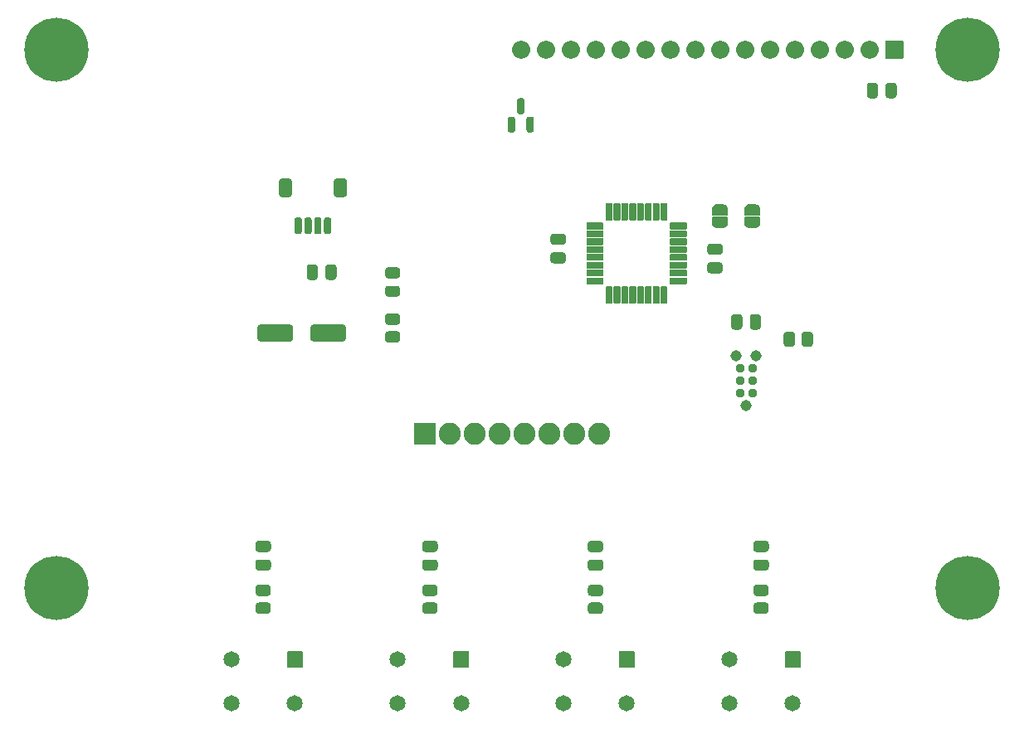
<source format=gts>
G04 #@! TF.GenerationSoftware,KiCad,Pcbnew,6.0.11-2627ca5db0~126~ubuntu22.04.1*
G04 #@! TF.CreationDate,2025-05-14T16:21:12-06:00*
G04 #@! TF.ProjectId,i2c-headunit,6932632d-6865-4616-9475-6e69742e6b69,rev?*
G04 #@! TF.SameCoordinates,Original*
G04 #@! TF.FileFunction,Soldermask,Top*
G04 #@! TF.FilePolarity,Negative*
%FSLAX46Y46*%
G04 Gerber Fmt 4.6, Leading zero omitted, Abs format (unit mm)*
G04 Created by KiCad (PCBNEW 6.0.11-2627ca5db0~126~ubuntu22.04.1) date 2025-05-14 16:21:12*
%MOMM*%
%LPD*%
G01*
G04 APERTURE LIST*
%ADD10C,1.143000*%
%ADD11C,0.939800*%
%ADD12C,6.552400*%
%ADD13C,2.252400*%
%ADD14C,1.651000*%
%ADD15O,1.852400X1.852400*%
G04 APERTURE END LIST*
G36*
G01*
X105824000Y-73911800D02*
X106774000Y-73911800D01*
G75*
G02*
X107100200Y-74238000I0J-326200D01*
G01*
X107100200Y-74738000D01*
G75*
G02*
X106774000Y-75064200I-326200J0D01*
G01*
X105824000Y-75064200D01*
G75*
G02*
X105497800Y-74738000I0J326200D01*
G01*
X105497800Y-74238000D01*
G75*
G02*
X105824000Y-73911800I326200J0D01*
G01*
G37*
G36*
G01*
X105824000Y-75811800D02*
X106774000Y-75811800D01*
G75*
G02*
X107100200Y-76138000I0J-326200D01*
G01*
X107100200Y-76638000D01*
G75*
G02*
X106774000Y-76964200I-326200J0D01*
G01*
X105824000Y-76964200D01*
G75*
G02*
X105497800Y-76638000I0J326200D01*
G01*
X105497800Y-76138000D01*
G75*
G02*
X105824000Y-75811800I326200J0D01*
G01*
G37*
G36*
G01*
X137792800Y-59784000D02*
X137792800Y-58834000D01*
G75*
G02*
X138119000Y-58507800I326200J0D01*
G01*
X138619000Y-58507800D01*
G75*
G02*
X138945200Y-58834000I0J-326200D01*
G01*
X138945200Y-59784000D01*
G75*
G02*
X138619000Y-60110200I-326200J0D01*
G01*
X138119000Y-60110200D01*
G75*
G02*
X137792800Y-59784000I0J326200D01*
G01*
G37*
G36*
G01*
X139692800Y-59784000D02*
X139692800Y-58834000D01*
G75*
G02*
X140019000Y-58507800I326200J0D01*
G01*
X140519000Y-58507800D01*
G75*
G02*
X140845200Y-58834000I0J-326200D01*
G01*
X140845200Y-59784000D01*
G75*
G02*
X140519000Y-60110200I-326200J0D01*
G01*
X140019000Y-60110200D01*
G75*
G02*
X139692800Y-59784000I0J326200D01*
G01*
G37*
G36*
G01*
X75610800Y-84624000D02*
X75610800Y-83524000D01*
G75*
G02*
X75937000Y-83197800I326200J0D01*
G01*
X78937000Y-83197800D01*
G75*
G02*
X79263200Y-83524000I0J-326200D01*
G01*
X79263200Y-84624000D01*
G75*
G02*
X78937000Y-84950200I-326200J0D01*
G01*
X75937000Y-84950200D01*
G75*
G02*
X75610800Y-84624000I0J326200D01*
G01*
G37*
G36*
G01*
X81010800Y-84624000D02*
X81010800Y-83524000D01*
G75*
G02*
X81337000Y-83197800I326200J0D01*
G01*
X84337000Y-83197800D01*
G75*
G02*
X84663200Y-83524000I0J-326200D01*
G01*
X84663200Y-84624000D01*
G75*
G02*
X84337000Y-84950200I-326200J0D01*
G01*
X81337000Y-84950200D01*
G75*
G02*
X81010800Y-84624000I0J326200D01*
G01*
G37*
G36*
G01*
X93668000Y-112753200D02*
X92768000Y-112753200D01*
G75*
G02*
X92441800Y-112427000I0J326200D01*
G01*
X92441800Y-111902000D01*
G75*
G02*
X92768000Y-111575800I326200J0D01*
G01*
X93668000Y-111575800D01*
G75*
G02*
X93994200Y-111902000I0J-326200D01*
G01*
X93994200Y-112427000D01*
G75*
G02*
X93668000Y-112753200I-326200J0D01*
G01*
G37*
G36*
G01*
X93668000Y-110928200D02*
X92768000Y-110928200D01*
G75*
G02*
X92441800Y-110602000I0J326200D01*
G01*
X92441800Y-110077000D01*
G75*
G02*
X92768000Y-109750800I326200J0D01*
G01*
X93668000Y-109750800D01*
G75*
G02*
X93994200Y-110077000I0J-326200D01*
G01*
X93994200Y-110602000D01*
G75*
G02*
X93668000Y-110928200I-326200J0D01*
G01*
G37*
G36*
G01*
X127002200Y-82456000D02*
X127002200Y-83406000D01*
G75*
G02*
X126676000Y-83732200I-326200J0D01*
G01*
X126176000Y-83732200D01*
G75*
G02*
X125849800Y-83406000I0J326200D01*
G01*
X125849800Y-82456000D01*
G75*
G02*
X126176000Y-82129800I326200J0D01*
G01*
X126676000Y-82129800D01*
G75*
G02*
X127002200Y-82456000I0J-326200D01*
G01*
G37*
G36*
G01*
X125102200Y-82456000D02*
X125102200Y-83406000D01*
G75*
G02*
X124776000Y-83732200I-326200J0D01*
G01*
X124276000Y-83732200D01*
G75*
G02*
X123949800Y-83406000I0J326200D01*
G01*
X123949800Y-82456000D01*
G75*
G02*
X124276000Y-82129800I326200J0D01*
G01*
X124776000Y-82129800D01*
G75*
G02*
X125102200Y-82456000I0J-326200D01*
G01*
G37*
D10*
X126492000Y-86360000D03*
X125476000Y-91440000D03*
X124460000Y-86360000D03*
D11*
X126111000Y-90170000D03*
X124841000Y-90170000D03*
X126111000Y-88900000D03*
X124841000Y-88900000D03*
X126111000Y-87630000D03*
X124841000Y-87630000D03*
G36*
X125302627Y-72237020D02*
G01*
X125347768Y-72210958D01*
X125361000Y-72209800D01*
X126861000Y-72209800D01*
X126909980Y-72227627D01*
X126936042Y-72272768D01*
X126937200Y-72286000D01*
X126937200Y-72786000D01*
X126931983Y-72800334D01*
X126930755Y-72867337D01*
X126927301Y-72888664D01*
X126885026Y-73023979D01*
X126875725Y-73043480D01*
X126797170Y-73161490D01*
X126782769Y-73177596D01*
X126674250Y-73268816D01*
X126655908Y-73280233D01*
X126526149Y-73337328D01*
X126505340Y-73343138D01*
X126375932Y-73360060D01*
X126374232Y-73361042D01*
X126361000Y-73362200D01*
X125861000Y-73362200D01*
X125858934Y-73361448D01*
X125843167Y-73361256D01*
X125703090Y-73339445D01*
X125682430Y-73333128D01*
X125554105Y-73272880D01*
X125536047Y-73261018D01*
X125429789Y-73167174D01*
X125415787Y-73150721D01*
X125340139Y-73030826D01*
X125331317Y-73011105D01*
X125292360Y-72874798D01*
X125289427Y-72853392D01*
X125289718Y-72805745D01*
X125285958Y-72799232D01*
X125284800Y-72786000D01*
X125284800Y-72286000D01*
X125302627Y-72237020D01*
G37*
G36*
X125289925Y-71471919D02*
G01*
X125290293Y-71411630D01*
X125293487Y-71390262D01*
X125334106Y-71254441D01*
X125343168Y-71234828D01*
X125420275Y-71115866D01*
X125434478Y-71099585D01*
X125541875Y-71007047D01*
X125560076Y-70995408D01*
X125689128Y-70936731D01*
X125709865Y-70930667D01*
X125850198Y-70910570D01*
X125861000Y-70909800D01*
X126361000Y-70909800D01*
X126361929Y-70909806D01*
X126374145Y-70909955D01*
X126385858Y-70911005D01*
X126525659Y-70934525D01*
X126546242Y-70941094D01*
X126673821Y-71002906D01*
X126691732Y-71014987D01*
X126796836Y-71110122D01*
X126810637Y-71126745D01*
X126884814Y-71247555D01*
X126893394Y-71267383D01*
X126930683Y-71404156D01*
X126933353Y-71425596D01*
X126932598Y-71466802D01*
X126936042Y-71472768D01*
X126937200Y-71486000D01*
X126937200Y-71986000D01*
X126919373Y-72034980D01*
X126874232Y-72061042D01*
X126861000Y-72062200D01*
X125361000Y-72062200D01*
X125312020Y-72044373D01*
X125285958Y-71999232D01*
X125284800Y-71986000D01*
X125284800Y-71486000D01*
X125289925Y-71471919D01*
G37*
G36*
G01*
X110584000Y-108333200D02*
X109634000Y-108333200D01*
G75*
G02*
X109307800Y-108007000I0J326200D01*
G01*
X109307800Y-107507000D01*
G75*
G02*
X109634000Y-107180800I326200J0D01*
G01*
X110584000Y-107180800D01*
G75*
G02*
X110910200Y-107507000I0J-326200D01*
G01*
X110910200Y-108007000D01*
G75*
G02*
X110584000Y-108333200I-326200J0D01*
G01*
G37*
G36*
G01*
X110584000Y-106433200D02*
X109634000Y-106433200D01*
G75*
G02*
X109307800Y-106107000I0J326200D01*
G01*
X109307800Y-105607000D01*
G75*
G02*
X109634000Y-105280800I326200J0D01*
G01*
X110584000Y-105280800D01*
G75*
G02*
X110910200Y-105607000I0J-326200D01*
G01*
X110910200Y-106107000D01*
G75*
G02*
X110584000Y-106433200I-326200J0D01*
G01*
G37*
G36*
G01*
X127475000Y-108333200D02*
X126525000Y-108333200D01*
G75*
G02*
X126198800Y-108007000I0J326200D01*
G01*
X126198800Y-107507000D01*
G75*
G02*
X126525000Y-107180800I326200J0D01*
G01*
X127475000Y-107180800D01*
G75*
G02*
X127801200Y-107507000I0J-326200D01*
G01*
X127801200Y-108007000D01*
G75*
G02*
X127475000Y-108333200I-326200J0D01*
G01*
G37*
G36*
G01*
X127475000Y-106433200D02*
X126525000Y-106433200D01*
G75*
G02*
X126198800Y-106107000I0J326200D01*
G01*
X126198800Y-105607000D01*
G75*
G02*
X126525000Y-105280800I326200J0D01*
G01*
X127475000Y-105280800D01*
G75*
G02*
X127801200Y-105607000I0J-326200D01*
G01*
X127801200Y-106107000D01*
G75*
G02*
X127475000Y-106433200I-326200J0D01*
G01*
G37*
G36*
G01*
X109173800Y-73421000D02*
X109173800Y-72871000D01*
G75*
G02*
X109250000Y-72794800I76200J0D01*
G01*
X110850000Y-72794800D01*
G75*
G02*
X110926200Y-72871000I0J-76200D01*
G01*
X110926200Y-73421000D01*
G75*
G02*
X110850000Y-73497200I-76200J0D01*
G01*
X109250000Y-73497200D01*
G75*
G02*
X109173800Y-73421000I0J76200D01*
G01*
G37*
G36*
G01*
X109173800Y-74221000D02*
X109173800Y-73671000D01*
G75*
G02*
X109250000Y-73594800I76200J0D01*
G01*
X110850000Y-73594800D01*
G75*
G02*
X110926200Y-73671000I0J-76200D01*
G01*
X110926200Y-74221000D01*
G75*
G02*
X110850000Y-74297200I-76200J0D01*
G01*
X109250000Y-74297200D01*
G75*
G02*
X109173800Y-74221000I0J76200D01*
G01*
G37*
G36*
G01*
X109173800Y-75021000D02*
X109173800Y-74471000D01*
G75*
G02*
X109250000Y-74394800I76200J0D01*
G01*
X110850000Y-74394800D01*
G75*
G02*
X110926200Y-74471000I0J-76200D01*
G01*
X110926200Y-75021000D01*
G75*
G02*
X110850000Y-75097200I-76200J0D01*
G01*
X109250000Y-75097200D01*
G75*
G02*
X109173800Y-75021000I0J76200D01*
G01*
G37*
G36*
G01*
X109173800Y-75821000D02*
X109173800Y-75271000D01*
G75*
G02*
X109250000Y-75194800I76200J0D01*
G01*
X110850000Y-75194800D01*
G75*
G02*
X110926200Y-75271000I0J-76200D01*
G01*
X110926200Y-75821000D01*
G75*
G02*
X110850000Y-75897200I-76200J0D01*
G01*
X109250000Y-75897200D01*
G75*
G02*
X109173800Y-75821000I0J76200D01*
G01*
G37*
G36*
G01*
X109173800Y-76621000D02*
X109173800Y-76071000D01*
G75*
G02*
X109250000Y-75994800I76200J0D01*
G01*
X110850000Y-75994800D01*
G75*
G02*
X110926200Y-76071000I0J-76200D01*
G01*
X110926200Y-76621000D01*
G75*
G02*
X110850000Y-76697200I-76200J0D01*
G01*
X109250000Y-76697200D01*
G75*
G02*
X109173800Y-76621000I0J76200D01*
G01*
G37*
G36*
G01*
X109173800Y-77421000D02*
X109173800Y-76871000D01*
G75*
G02*
X109250000Y-76794800I76200J0D01*
G01*
X110850000Y-76794800D01*
G75*
G02*
X110926200Y-76871000I0J-76200D01*
G01*
X110926200Y-77421000D01*
G75*
G02*
X110850000Y-77497200I-76200J0D01*
G01*
X109250000Y-77497200D01*
G75*
G02*
X109173800Y-77421000I0J76200D01*
G01*
G37*
G36*
G01*
X109173800Y-78221000D02*
X109173800Y-77671000D01*
G75*
G02*
X109250000Y-77594800I76200J0D01*
G01*
X110850000Y-77594800D01*
G75*
G02*
X110926200Y-77671000I0J-76200D01*
G01*
X110926200Y-78221000D01*
G75*
G02*
X110850000Y-78297200I-76200J0D01*
G01*
X109250000Y-78297200D01*
G75*
G02*
X109173800Y-78221000I0J76200D01*
G01*
G37*
G36*
G01*
X109173800Y-79021000D02*
X109173800Y-78471000D01*
G75*
G02*
X109250000Y-78394800I76200J0D01*
G01*
X110850000Y-78394800D01*
G75*
G02*
X110926200Y-78471000I0J-76200D01*
G01*
X110926200Y-79021000D01*
G75*
G02*
X110850000Y-79097200I-76200J0D01*
G01*
X109250000Y-79097200D01*
G75*
G02*
X109173800Y-79021000I0J76200D01*
G01*
G37*
G36*
G01*
X111775000Y-81072200D02*
X111225000Y-81072200D01*
G75*
G02*
X111148800Y-80996000I0J76200D01*
G01*
X111148800Y-79396000D01*
G75*
G02*
X111225000Y-79319800I76200J0D01*
G01*
X111775000Y-79319800D01*
G75*
G02*
X111851200Y-79396000I0J-76200D01*
G01*
X111851200Y-80996000D01*
G75*
G02*
X111775000Y-81072200I-76200J0D01*
G01*
G37*
G36*
G01*
X112575000Y-81072200D02*
X112025000Y-81072200D01*
G75*
G02*
X111948800Y-80996000I0J76200D01*
G01*
X111948800Y-79396000D01*
G75*
G02*
X112025000Y-79319800I76200J0D01*
G01*
X112575000Y-79319800D01*
G75*
G02*
X112651200Y-79396000I0J-76200D01*
G01*
X112651200Y-80996000D01*
G75*
G02*
X112575000Y-81072200I-76200J0D01*
G01*
G37*
G36*
G01*
X113375000Y-81072200D02*
X112825000Y-81072200D01*
G75*
G02*
X112748800Y-80996000I0J76200D01*
G01*
X112748800Y-79396000D01*
G75*
G02*
X112825000Y-79319800I76200J0D01*
G01*
X113375000Y-79319800D01*
G75*
G02*
X113451200Y-79396000I0J-76200D01*
G01*
X113451200Y-80996000D01*
G75*
G02*
X113375000Y-81072200I-76200J0D01*
G01*
G37*
G36*
G01*
X114175000Y-81072200D02*
X113625000Y-81072200D01*
G75*
G02*
X113548800Y-80996000I0J76200D01*
G01*
X113548800Y-79396000D01*
G75*
G02*
X113625000Y-79319800I76200J0D01*
G01*
X114175000Y-79319800D01*
G75*
G02*
X114251200Y-79396000I0J-76200D01*
G01*
X114251200Y-80996000D01*
G75*
G02*
X114175000Y-81072200I-76200J0D01*
G01*
G37*
G36*
G01*
X114975000Y-81072200D02*
X114425000Y-81072200D01*
G75*
G02*
X114348800Y-80996000I0J76200D01*
G01*
X114348800Y-79396000D01*
G75*
G02*
X114425000Y-79319800I76200J0D01*
G01*
X114975000Y-79319800D01*
G75*
G02*
X115051200Y-79396000I0J-76200D01*
G01*
X115051200Y-80996000D01*
G75*
G02*
X114975000Y-81072200I-76200J0D01*
G01*
G37*
G36*
G01*
X115775000Y-81072200D02*
X115225000Y-81072200D01*
G75*
G02*
X115148800Y-80996000I0J76200D01*
G01*
X115148800Y-79396000D01*
G75*
G02*
X115225000Y-79319800I76200J0D01*
G01*
X115775000Y-79319800D01*
G75*
G02*
X115851200Y-79396000I0J-76200D01*
G01*
X115851200Y-80996000D01*
G75*
G02*
X115775000Y-81072200I-76200J0D01*
G01*
G37*
G36*
G01*
X116575000Y-81072200D02*
X116025000Y-81072200D01*
G75*
G02*
X115948800Y-80996000I0J76200D01*
G01*
X115948800Y-79396000D01*
G75*
G02*
X116025000Y-79319800I76200J0D01*
G01*
X116575000Y-79319800D01*
G75*
G02*
X116651200Y-79396000I0J-76200D01*
G01*
X116651200Y-80996000D01*
G75*
G02*
X116575000Y-81072200I-76200J0D01*
G01*
G37*
G36*
G01*
X117375000Y-81072200D02*
X116825000Y-81072200D01*
G75*
G02*
X116748800Y-80996000I0J76200D01*
G01*
X116748800Y-79396000D01*
G75*
G02*
X116825000Y-79319800I76200J0D01*
G01*
X117375000Y-79319800D01*
G75*
G02*
X117451200Y-79396000I0J-76200D01*
G01*
X117451200Y-80996000D01*
G75*
G02*
X117375000Y-81072200I-76200J0D01*
G01*
G37*
G36*
G01*
X117673800Y-79021000D02*
X117673800Y-78471000D01*
G75*
G02*
X117750000Y-78394800I76200J0D01*
G01*
X119350000Y-78394800D01*
G75*
G02*
X119426200Y-78471000I0J-76200D01*
G01*
X119426200Y-79021000D01*
G75*
G02*
X119350000Y-79097200I-76200J0D01*
G01*
X117750000Y-79097200D01*
G75*
G02*
X117673800Y-79021000I0J76200D01*
G01*
G37*
G36*
G01*
X117673800Y-78221000D02*
X117673800Y-77671000D01*
G75*
G02*
X117750000Y-77594800I76200J0D01*
G01*
X119350000Y-77594800D01*
G75*
G02*
X119426200Y-77671000I0J-76200D01*
G01*
X119426200Y-78221000D01*
G75*
G02*
X119350000Y-78297200I-76200J0D01*
G01*
X117750000Y-78297200D01*
G75*
G02*
X117673800Y-78221000I0J76200D01*
G01*
G37*
G36*
G01*
X117673800Y-77421000D02*
X117673800Y-76871000D01*
G75*
G02*
X117750000Y-76794800I76200J0D01*
G01*
X119350000Y-76794800D01*
G75*
G02*
X119426200Y-76871000I0J-76200D01*
G01*
X119426200Y-77421000D01*
G75*
G02*
X119350000Y-77497200I-76200J0D01*
G01*
X117750000Y-77497200D01*
G75*
G02*
X117673800Y-77421000I0J76200D01*
G01*
G37*
G36*
G01*
X117673800Y-76621000D02*
X117673800Y-76071000D01*
G75*
G02*
X117750000Y-75994800I76200J0D01*
G01*
X119350000Y-75994800D01*
G75*
G02*
X119426200Y-76071000I0J-76200D01*
G01*
X119426200Y-76621000D01*
G75*
G02*
X119350000Y-76697200I-76200J0D01*
G01*
X117750000Y-76697200D01*
G75*
G02*
X117673800Y-76621000I0J76200D01*
G01*
G37*
G36*
G01*
X117673800Y-75821000D02*
X117673800Y-75271000D01*
G75*
G02*
X117750000Y-75194800I76200J0D01*
G01*
X119350000Y-75194800D01*
G75*
G02*
X119426200Y-75271000I0J-76200D01*
G01*
X119426200Y-75821000D01*
G75*
G02*
X119350000Y-75897200I-76200J0D01*
G01*
X117750000Y-75897200D01*
G75*
G02*
X117673800Y-75821000I0J76200D01*
G01*
G37*
G36*
G01*
X117673800Y-75021000D02*
X117673800Y-74471000D01*
G75*
G02*
X117750000Y-74394800I76200J0D01*
G01*
X119350000Y-74394800D01*
G75*
G02*
X119426200Y-74471000I0J-76200D01*
G01*
X119426200Y-75021000D01*
G75*
G02*
X119350000Y-75097200I-76200J0D01*
G01*
X117750000Y-75097200D01*
G75*
G02*
X117673800Y-75021000I0J76200D01*
G01*
G37*
G36*
G01*
X117673800Y-74221000D02*
X117673800Y-73671000D01*
G75*
G02*
X117750000Y-73594800I76200J0D01*
G01*
X119350000Y-73594800D01*
G75*
G02*
X119426200Y-73671000I0J-76200D01*
G01*
X119426200Y-74221000D01*
G75*
G02*
X119350000Y-74297200I-76200J0D01*
G01*
X117750000Y-74297200D01*
G75*
G02*
X117673800Y-74221000I0J76200D01*
G01*
G37*
G36*
G01*
X117673800Y-73421000D02*
X117673800Y-72871000D01*
G75*
G02*
X117750000Y-72794800I76200J0D01*
G01*
X119350000Y-72794800D01*
G75*
G02*
X119426200Y-72871000I0J-76200D01*
G01*
X119426200Y-73421000D01*
G75*
G02*
X119350000Y-73497200I-76200J0D01*
G01*
X117750000Y-73497200D01*
G75*
G02*
X117673800Y-73421000I0J76200D01*
G01*
G37*
G36*
G01*
X117375000Y-72572200D02*
X116825000Y-72572200D01*
G75*
G02*
X116748800Y-72496000I0J76200D01*
G01*
X116748800Y-70896000D01*
G75*
G02*
X116825000Y-70819800I76200J0D01*
G01*
X117375000Y-70819800D01*
G75*
G02*
X117451200Y-70896000I0J-76200D01*
G01*
X117451200Y-72496000D01*
G75*
G02*
X117375000Y-72572200I-76200J0D01*
G01*
G37*
G36*
G01*
X116575000Y-72572200D02*
X116025000Y-72572200D01*
G75*
G02*
X115948800Y-72496000I0J76200D01*
G01*
X115948800Y-70896000D01*
G75*
G02*
X116025000Y-70819800I76200J0D01*
G01*
X116575000Y-70819800D01*
G75*
G02*
X116651200Y-70896000I0J-76200D01*
G01*
X116651200Y-72496000D01*
G75*
G02*
X116575000Y-72572200I-76200J0D01*
G01*
G37*
G36*
G01*
X115775000Y-72572200D02*
X115225000Y-72572200D01*
G75*
G02*
X115148800Y-72496000I0J76200D01*
G01*
X115148800Y-70896000D01*
G75*
G02*
X115225000Y-70819800I76200J0D01*
G01*
X115775000Y-70819800D01*
G75*
G02*
X115851200Y-70896000I0J-76200D01*
G01*
X115851200Y-72496000D01*
G75*
G02*
X115775000Y-72572200I-76200J0D01*
G01*
G37*
G36*
G01*
X114975000Y-72572200D02*
X114425000Y-72572200D01*
G75*
G02*
X114348800Y-72496000I0J76200D01*
G01*
X114348800Y-70896000D01*
G75*
G02*
X114425000Y-70819800I76200J0D01*
G01*
X114975000Y-70819800D01*
G75*
G02*
X115051200Y-70896000I0J-76200D01*
G01*
X115051200Y-72496000D01*
G75*
G02*
X114975000Y-72572200I-76200J0D01*
G01*
G37*
G36*
G01*
X114175000Y-72572200D02*
X113625000Y-72572200D01*
G75*
G02*
X113548800Y-72496000I0J76200D01*
G01*
X113548800Y-70896000D01*
G75*
G02*
X113625000Y-70819800I76200J0D01*
G01*
X114175000Y-70819800D01*
G75*
G02*
X114251200Y-70896000I0J-76200D01*
G01*
X114251200Y-72496000D01*
G75*
G02*
X114175000Y-72572200I-76200J0D01*
G01*
G37*
G36*
G01*
X113375000Y-72572200D02*
X112825000Y-72572200D01*
G75*
G02*
X112748800Y-72496000I0J76200D01*
G01*
X112748800Y-70896000D01*
G75*
G02*
X112825000Y-70819800I76200J0D01*
G01*
X113375000Y-70819800D01*
G75*
G02*
X113451200Y-70896000I0J-76200D01*
G01*
X113451200Y-72496000D01*
G75*
G02*
X113375000Y-72572200I-76200J0D01*
G01*
G37*
G36*
G01*
X112575000Y-72572200D02*
X112025000Y-72572200D01*
G75*
G02*
X111948800Y-72496000I0J76200D01*
G01*
X111948800Y-70896000D01*
G75*
G02*
X112025000Y-70819800I76200J0D01*
G01*
X112575000Y-70819800D01*
G75*
G02*
X112651200Y-70896000I0J-76200D01*
G01*
X112651200Y-72496000D01*
G75*
G02*
X112575000Y-72572200I-76200J0D01*
G01*
G37*
G36*
G01*
X111775000Y-72572200D02*
X111225000Y-72572200D01*
G75*
G02*
X111148800Y-72496000I0J76200D01*
G01*
X111148800Y-70896000D01*
G75*
G02*
X111225000Y-70819800I76200J0D01*
G01*
X111775000Y-70819800D01*
G75*
G02*
X111851200Y-70896000I0J-76200D01*
G01*
X111851200Y-72496000D01*
G75*
G02*
X111775000Y-72572200I-76200J0D01*
G01*
G37*
G36*
G01*
X76675000Y-108333200D02*
X75725000Y-108333200D01*
G75*
G02*
X75398800Y-108007000I0J326200D01*
G01*
X75398800Y-107507000D01*
G75*
G02*
X75725000Y-107180800I326200J0D01*
G01*
X76675000Y-107180800D01*
G75*
G02*
X77001200Y-107507000I0J-326200D01*
G01*
X77001200Y-108007000D01*
G75*
G02*
X76675000Y-108333200I-326200J0D01*
G01*
G37*
G36*
G01*
X76675000Y-106433200D02*
X75725000Y-106433200D01*
G75*
G02*
X75398800Y-106107000I0J326200D01*
G01*
X75398800Y-105607000D01*
G75*
G02*
X75725000Y-105280800I326200J0D01*
G01*
X76675000Y-105280800D01*
G75*
G02*
X77001200Y-105607000I0J-326200D01*
G01*
X77001200Y-106107000D01*
G75*
G02*
X76675000Y-106433200I-326200J0D01*
G01*
G37*
G36*
G01*
X80642800Y-78326000D02*
X80642800Y-77376000D01*
G75*
G02*
X80969000Y-77049800I326200J0D01*
G01*
X81469000Y-77049800D01*
G75*
G02*
X81795200Y-77376000I0J-326200D01*
G01*
X81795200Y-78326000D01*
G75*
G02*
X81469000Y-78652200I-326200J0D01*
G01*
X80969000Y-78652200D01*
G75*
G02*
X80642800Y-78326000I0J326200D01*
G01*
G37*
G36*
G01*
X82542800Y-78326000D02*
X82542800Y-77376000D01*
G75*
G02*
X82869000Y-77049800I326200J0D01*
G01*
X83369000Y-77049800D01*
G75*
G02*
X83695200Y-77376000I0J-326200D01*
G01*
X83695200Y-78326000D01*
G75*
G02*
X83369000Y-78652200I-326200J0D01*
G01*
X82869000Y-78652200D01*
G75*
G02*
X82542800Y-78326000I0J326200D01*
G01*
G37*
G36*
G01*
X83156200Y-72495000D02*
X83156200Y-73745000D01*
G75*
G02*
X82930000Y-73971200I-226200J0D01*
G01*
X82630000Y-73971200D01*
G75*
G02*
X82403800Y-73745000I0J226200D01*
G01*
X82403800Y-72495000D01*
G75*
G02*
X82630000Y-72268800I226200J0D01*
G01*
X82930000Y-72268800D01*
G75*
G02*
X83156200Y-72495000I0J-226200D01*
G01*
G37*
G36*
G01*
X82156200Y-72495000D02*
X82156200Y-73745000D01*
G75*
G02*
X81930000Y-73971200I-226200J0D01*
G01*
X81630000Y-73971200D01*
G75*
G02*
X81403800Y-73745000I0J226200D01*
G01*
X81403800Y-72495000D01*
G75*
G02*
X81630000Y-72268800I226200J0D01*
G01*
X81930000Y-72268800D01*
G75*
G02*
X82156200Y-72495000I0J-226200D01*
G01*
G37*
G36*
G01*
X81156200Y-72495000D02*
X81156200Y-73745000D01*
G75*
G02*
X80930000Y-73971200I-226200J0D01*
G01*
X80630000Y-73971200D01*
G75*
G02*
X80403800Y-73745000I0J226200D01*
G01*
X80403800Y-72495000D01*
G75*
G02*
X80630000Y-72268800I226200J0D01*
G01*
X80930000Y-72268800D01*
G75*
G02*
X81156200Y-72495000I0J-226200D01*
G01*
G37*
G36*
G01*
X80156200Y-72495000D02*
X80156200Y-73745000D01*
G75*
G02*
X79930000Y-73971200I-226200J0D01*
G01*
X79630000Y-73971200D01*
G75*
G02*
X79403800Y-73745000I0J226200D01*
G01*
X79403800Y-72495000D01*
G75*
G02*
X79630000Y-72268800I226200J0D01*
G01*
X79930000Y-72268800D01*
G75*
G02*
X80156200Y-72495000I0J-226200D01*
G01*
G37*
G36*
G01*
X79156200Y-68595000D02*
X79156200Y-69895000D01*
G75*
G02*
X78830000Y-70221200I-326200J0D01*
G01*
X78130000Y-70221200D01*
G75*
G02*
X77803800Y-69895000I0J326200D01*
G01*
X77803800Y-68595000D01*
G75*
G02*
X78130000Y-68268800I326200J0D01*
G01*
X78830000Y-68268800D01*
G75*
G02*
X79156200Y-68595000I0J-326200D01*
G01*
G37*
G36*
G01*
X84756200Y-68595000D02*
X84756200Y-69895000D01*
G75*
G02*
X84430000Y-70221200I-326200J0D01*
G01*
X83730000Y-70221200D01*
G75*
G02*
X83403800Y-69895000I0J326200D01*
G01*
X83403800Y-68595000D01*
G75*
G02*
X83730000Y-68268800I326200J0D01*
G01*
X84430000Y-68268800D01*
G75*
G02*
X84756200Y-68595000I0J-326200D01*
G01*
G37*
D12*
X148082000Y-55118000D03*
G36*
G01*
X76650000Y-112753200D02*
X75750000Y-112753200D01*
G75*
G02*
X75423800Y-112427000I0J326200D01*
G01*
X75423800Y-111902000D01*
G75*
G02*
X75750000Y-111575800I326200J0D01*
G01*
X76650000Y-111575800D01*
G75*
G02*
X76976200Y-111902000I0J-326200D01*
G01*
X76976200Y-112427000D01*
G75*
G02*
X76650000Y-112753200I-326200J0D01*
G01*
G37*
G36*
G01*
X76650000Y-110928200D02*
X75750000Y-110928200D01*
G75*
G02*
X75423800Y-110602000I0J326200D01*
G01*
X75423800Y-110077000D01*
G75*
G02*
X75750000Y-109750800I326200J0D01*
G01*
X76650000Y-109750800D01*
G75*
G02*
X76976200Y-110077000I0J-326200D01*
G01*
X76976200Y-110602000D01*
G75*
G02*
X76650000Y-110928200I-326200J0D01*
G01*
G37*
X148082000Y-110109000D03*
G36*
G01*
X91583800Y-95411000D02*
X91583800Y-93311000D01*
G75*
G02*
X91660000Y-93234800I76200J0D01*
G01*
X93760000Y-93234800D01*
G75*
G02*
X93836200Y-93311000I0J-76200D01*
G01*
X93836200Y-95411000D01*
G75*
G02*
X93760000Y-95487200I-76200J0D01*
G01*
X91660000Y-95487200D01*
G75*
G02*
X91583800Y-95411000I0J76200D01*
G01*
G37*
D13*
X95250000Y-94361000D03*
X97790000Y-94361000D03*
X100330000Y-94361000D03*
X102870000Y-94361000D03*
X105410000Y-94361000D03*
X107950000Y-94361000D03*
X110490000Y-94361000D03*
G36*
G01*
X122776000Y-77980200D02*
X121826000Y-77980200D01*
G75*
G02*
X121499800Y-77654000I0J326200D01*
G01*
X121499800Y-77154000D01*
G75*
G02*
X121826000Y-76827800I326200J0D01*
G01*
X122776000Y-76827800D01*
G75*
G02*
X123102200Y-77154000I0J-326200D01*
G01*
X123102200Y-77654000D01*
G75*
G02*
X122776000Y-77980200I-326200J0D01*
G01*
G37*
G36*
G01*
X122776000Y-76080200D02*
X121826000Y-76080200D01*
G75*
G02*
X121499800Y-75754000I0J326200D01*
G01*
X121499800Y-75254000D01*
G75*
G02*
X121826000Y-74927800I326200J0D01*
G01*
X122776000Y-74927800D01*
G75*
G02*
X123102200Y-75254000I0J-326200D01*
G01*
X123102200Y-75754000D01*
G75*
G02*
X122776000Y-76080200I-326200J0D01*
G01*
G37*
D12*
X55118000Y-110109000D03*
X55118000Y-55118000D03*
G36*
G01*
X93693000Y-108333200D02*
X92743000Y-108333200D01*
G75*
G02*
X92416800Y-108007000I0J326200D01*
G01*
X92416800Y-107507000D01*
G75*
G02*
X92743000Y-107180800I326200J0D01*
G01*
X93693000Y-107180800D01*
G75*
G02*
X94019200Y-107507000I0J-326200D01*
G01*
X94019200Y-108007000D01*
G75*
G02*
X93693000Y-108333200I-326200J0D01*
G01*
G37*
G36*
G01*
X93693000Y-106433200D02*
X92743000Y-106433200D01*
G75*
G02*
X92416800Y-106107000I0J326200D01*
G01*
X92416800Y-105607000D01*
G75*
G02*
X92743000Y-105280800I326200J0D01*
G01*
X93693000Y-105280800D01*
G75*
G02*
X94019200Y-105607000I0J-326200D01*
G01*
X94019200Y-106107000D01*
G75*
G02*
X93693000Y-106433200I-326200J0D01*
G01*
G37*
G36*
G01*
X110559000Y-112753200D02*
X109659000Y-112753200D01*
G75*
G02*
X109332800Y-112427000I0J326200D01*
G01*
X109332800Y-111902000D01*
G75*
G02*
X109659000Y-111575800I326200J0D01*
G01*
X110559000Y-111575800D01*
G75*
G02*
X110885200Y-111902000I0J-326200D01*
G01*
X110885200Y-112427000D01*
G75*
G02*
X110559000Y-112753200I-326200J0D01*
G01*
G37*
G36*
G01*
X110559000Y-110928200D02*
X109659000Y-110928200D01*
G75*
G02*
X109332800Y-110602000I0J326200D01*
G01*
X109332800Y-110077000D01*
G75*
G02*
X109659000Y-109750800I326200J0D01*
G01*
X110559000Y-109750800D01*
G75*
G02*
X110885200Y-110077000I0J-326200D01*
G01*
X110885200Y-110602000D01*
G75*
G02*
X110559000Y-110928200I-326200J0D01*
G01*
G37*
G36*
X122000627Y-72237020D02*
G01*
X122045768Y-72210958D01*
X122059000Y-72209800D01*
X123559000Y-72209800D01*
X123607980Y-72227627D01*
X123634042Y-72272768D01*
X123635200Y-72286000D01*
X123635200Y-72786000D01*
X123629983Y-72800334D01*
X123628755Y-72867337D01*
X123625301Y-72888664D01*
X123583026Y-73023979D01*
X123573725Y-73043480D01*
X123495170Y-73161490D01*
X123480769Y-73177596D01*
X123372250Y-73268816D01*
X123353908Y-73280233D01*
X123224149Y-73337328D01*
X123203340Y-73343138D01*
X123073932Y-73360060D01*
X123072232Y-73361042D01*
X123059000Y-73362200D01*
X122559000Y-73362200D01*
X122556934Y-73361448D01*
X122541167Y-73361256D01*
X122401090Y-73339445D01*
X122380430Y-73333128D01*
X122252105Y-73272880D01*
X122234047Y-73261018D01*
X122127789Y-73167174D01*
X122113787Y-73150721D01*
X122038139Y-73030826D01*
X122029317Y-73011105D01*
X121990360Y-72874798D01*
X121987427Y-72853392D01*
X121987718Y-72805745D01*
X121983958Y-72799232D01*
X121982800Y-72786000D01*
X121982800Y-72286000D01*
X122000627Y-72237020D01*
G37*
G36*
X121987925Y-71471919D02*
G01*
X121988293Y-71411630D01*
X121991487Y-71390262D01*
X122032106Y-71254441D01*
X122041168Y-71234828D01*
X122118275Y-71115866D01*
X122132478Y-71099585D01*
X122239875Y-71007047D01*
X122258076Y-70995408D01*
X122387128Y-70936731D01*
X122407865Y-70930667D01*
X122548198Y-70910570D01*
X122559000Y-70909800D01*
X123059000Y-70909800D01*
X123059929Y-70909806D01*
X123072145Y-70909955D01*
X123083858Y-70911005D01*
X123223659Y-70934525D01*
X123244242Y-70941094D01*
X123371821Y-71002906D01*
X123389732Y-71014987D01*
X123494836Y-71110122D01*
X123508637Y-71126745D01*
X123582814Y-71247555D01*
X123591394Y-71267383D01*
X123628683Y-71404156D01*
X123631353Y-71425596D01*
X123630598Y-71466802D01*
X123634042Y-71472768D01*
X123635200Y-71486000D01*
X123635200Y-71986000D01*
X123617373Y-72034980D01*
X123572232Y-72061042D01*
X123559000Y-72062200D01*
X122059000Y-72062200D01*
X122010020Y-72044373D01*
X121983958Y-71999232D01*
X121982800Y-71986000D01*
X121982800Y-71486000D01*
X121987925Y-71471919D01*
G37*
G36*
G01*
X88958000Y-82064800D02*
X89858000Y-82064800D01*
G75*
G02*
X90184200Y-82391000I0J-326200D01*
G01*
X90184200Y-82916000D01*
G75*
G02*
X89858000Y-83242200I-326200J0D01*
G01*
X88958000Y-83242200D01*
G75*
G02*
X88631800Y-82916000I0J326200D01*
G01*
X88631800Y-82391000D01*
G75*
G02*
X88958000Y-82064800I326200J0D01*
G01*
G37*
G36*
G01*
X88958000Y-83889800D02*
X89858000Y-83889800D01*
G75*
G02*
X90184200Y-84216000I0J-326200D01*
G01*
X90184200Y-84741000D01*
G75*
G02*
X89858000Y-85067200I-326200J0D01*
G01*
X88958000Y-85067200D01*
G75*
G02*
X88631800Y-84741000I0J326200D01*
G01*
X88631800Y-84216000D01*
G75*
G02*
X88958000Y-83889800I326200J0D01*
G01*
G37*
G36*
G01*
X129308800Y-85159000D02*
X129308800Y-84259000D01*
G75*
G02*
X129635000Y-83932800I326200J0D01*
G01*
X130160000Y-83932800D01*
G75*
G02*
X130486200Y-84259000I0J-326200D01*
G01*
X130486200Y-85159000D01*
G75*
G02*
X130160000Y-85485200I-326200J0D01*
G01*
X129635000Y-85485200D01*
G75*
G02*
X129308800Y-85159000I0J326200D01*
G01*
G37*
G36*
G01*
X131133800Y-85159000D02*
X131133800Y-84259000D01*
G75*
G02*
X131460000Y-83932800I326200J0D01*
G01*
X131985000Y-83932800D01*
G75*
G02*
X132311200Y-84259000I0J-326200D01*
G01*
X132311200Y-85159000D01*
G75*
G02*
X131985000Y-85485200I-326200J0D01*
G01*
X131460000Y-85485200D01*
G75*
G02*
X131133800Y-85159000I0J326200D01*
G01*
G37*
G36*
G01*
X127450000Y-112753200D02*
X126550000Y-112753200D01*
G75*
G02*
X126223800Y-112427000I0J326200D01*
G01*
X126223800Y-111902000D01*
G75*
G02*
X126550000Y-111575800I326200J0D01*
G01*
X127450000Y-111575800D01*
G75*
G02*
X127776200Y-111902000I0J-326200D01*
G01*
X127776200Y-112427000D01*
G75*
G02*
X127450000Y-112753200I-326200J0D01*
G01*
G37*
G36*
G01*
X127450000Y-110928200D02*
X126550000Y-110928200D01*
G75*
G02*
X126223800Y-110602000I0J326200D01*
G01*
X126223800Y-110077000D01*
G75*
G02*
X126550000Y-109750800I326200J0D01*
G01*
X127450000Y-109750800D01*
G75*
G02*
X127776200Y-110077000I0J-326200D01*
G01*
X127776200Y-110602000D01*
G75*
G02*
X127450000Y-110928200I-326200J0D01*
G01*
G37*
G36*
G01*
X88951750Y-77365800D02*
X89864250Y-77365800D01*
G75*
G02*
X90184200Y-77685750I0J-319950D01*
G01*
X90184200Y-78173250D01*
G75*
G02*
X89864250Y-78493200I-319950J0D01*
G01*
X88951750Y-78493200D01*
G75*
G02*
X88631800Y-78173250I0J319950D01*
G01*
X88631800Y-77685750D01*
G75*
G02*
X88951750Y-77365800I319950J0D01*
G01*
G37*
G36*
G01*
X88951750Y-79240800D02*
X89864250Y-79240800D01*
G75*
G02*
X90184200Y-79560750I0J-319950D01*
G01*
X90184200Y-80048250D01*
G75*
G02*
X89864250Y-80368200I-319950J0D01*
G01*
X88951750Y-80368200D01*
G75*
G02*
X88631800Y-80048250I0J319950D01*
G01*
X88631800Y-79560750D01*
G75*
G02*
X88951750Y-79240800I319950J0D01*
G01*
G37*
G36*
G01*
X101689000Y-63600200D02*
X101389000Y-63600200D01*
G75*
G02*
X101162800Y-63374000I0J226200D01*
G01*
X101162800Y-62199000D01*
G75*
G02*
X101389000Y-61972800I226200J0D01*
G01*
X101689000Y-61972800D01*
G75*
G02*
X101915200Y-62199000I0J-226200D01*
G01*
X101915200Y-63374000D01*
G75*
G02*
X101689000Y-63600200I-226200J0D01*
G01*
G37*
G36*
G01*
X103589000Y-63600200D02*
X103289000Y-63600200D01*
G75*
G02*
X103062800Y-63374000I0J226200D01*
G01*
X103062800Y-62199000D01*
G75*
G02*
X103289000Y-61972800I226200J0D01*
G01*
X103589000Y-61972800D01*
G75*
G02*
X103815200Y-62199000I0J-226200D01*
G01*
X103815200Y-63374000D01*
G75*
G02*
X103589000Y-63600200I-226200J0D01*
G01*
G37*
G36*
G01*
X102639000Y-61725200D02*
X102339000Y-61725200D01*
G75*
G02*
X102112800Y-61499000I0J226200D01*
G01*
X102112800Y-60324000D01*
G75*
G02*
X102339000Y-60097800I226200J0D01*
G01*
X102639000Y-60097800D01*
G75*
G02*
X102865200Y-60324000I0J-226200D01*
G01*
X102865200Y-61499000D01*
G75*
G02*
X102639000Y-61725200I-226200J0D01*
G01*
G37*
G36*
G01*
X80275501Y-116645299D02*
X80275501Y-118143899D01*
G75*
G02*
X80199301Y-118220099I-76200J0D01*
G01*
X78700701Y-118220099D01*
G75*
G02*
X78624501Y-118143899I0J76200D01*
G01*
X78624501Y-116645299D01*
G75*
G02*
X78700701Y-116569099I76200J0D01*
G01*
X80199301Y-116569099D01*
G75*
G02*
X80275501Y-116645299I0J-76200D01*
G01*
G37*
D14*
X72950000Y-117394599D03*
X79450001Y-121894600D03*
X72950000Y-121894600D03*
G36*
G01*
X141439000Y-56044200D02*
X139739000Y-56044200D01*
G75*
G02*
X139662800Y-55968000I0J76200D01*
G01*
X139662800Y-54268000D01*
G75*
G02*
X139739000Y-54191800I76200J0D01*
G01*
X141439000Y-54191800D01*
G75*
G02*
X141515200Y-54268000I0J-76200D01*
G01*
X141515200Y-55968000D01*
G75*
G02*
X141439000Y-56044200I-76200J0D01*
G01*
G37*
D15*
X138049000Y-55118000D03*
X135509000Y-55118000D03*
X132969000Y-55118000D03*
X130429000Y-55118000D03*
X127889000Y-55118000D03*
X125349000Y-55118000D03*
X122809000Y-55118000D03*
X120269000Y-55118000D03*
X117729000Y-55118000D03*
X115189000Y-55118000D03*
X112649000Y-55118000D03*
X110109000Y-55118000D03*
X107569000Y-55118000D03*
X105029000Y-55118000D03*
X102489000Y-55118000D03*
G36*
G01*
X114133701Y-116645299D02*
X114133701Y-118143899D01*
G75*
G02*
X114057501Y-118220099I-76200J0D01*
G01*
X112558901Y-118220099D01*
G75*
G02*
X112482701Y-118143899I0J76200D01*
G01*
X112482701Y-116645299D01*
G75*
G02*
X112558901Y-116569099I76200J0D01*
G01*
X114057501Y-116569099D01*
G75*
G02*
X114133701Y-116645299I0J-76200D01*
G01*
G37*
D14*
X106808200Y-117394599D03*
X113308201Y-121894600D03*
X106808200Y-121894600D03*
G36*
G01*
X131075501Y-116645299D02*
X131075501Y-118143899D01*
G75*
G02*
X130999301Y-118220099I-76200J0D01*
G01*
X129500701Y-118220099D01*
G75*
G02*
X129424501Y-118143899I0J76200D01*
G01*
X129424501Y-116645299D01*
G75*
G02*
X129500701Y-116569099I76200J0D01*
G01*
X130999301Y-116569099D01*
G75*
G02*
X131075501Y-116645299I0J-76200D01*
G01*
G37*
X123750000Y-117394599D03*
X130250001Y-121894600D03*
X123750000Y-121894600D03*
G36*
G01*
X97217301Y-116645299D02*
X97217301Y-118143899D01*
G75*
G02*
X97141101Y-118220099I-76200J0D01*
G01*
X95642501Y-118220099D01*
G75*
G02*
X95566301Y-118143899I0J76200D01*
G01*
X95566301Y-116645299D01*
G75*
G02*
X95642501Y-116569099I76200J0D01*
G01*
X97141101Y-116569099D01*
G75*
G02*
X97217301Y-116645299I0J-76200D01*
G01*
G37*
X89891800Y-117394599D03*
X96391801Y-121894600D03*
X89891800Y-121894600D03*
M02*

</source>
